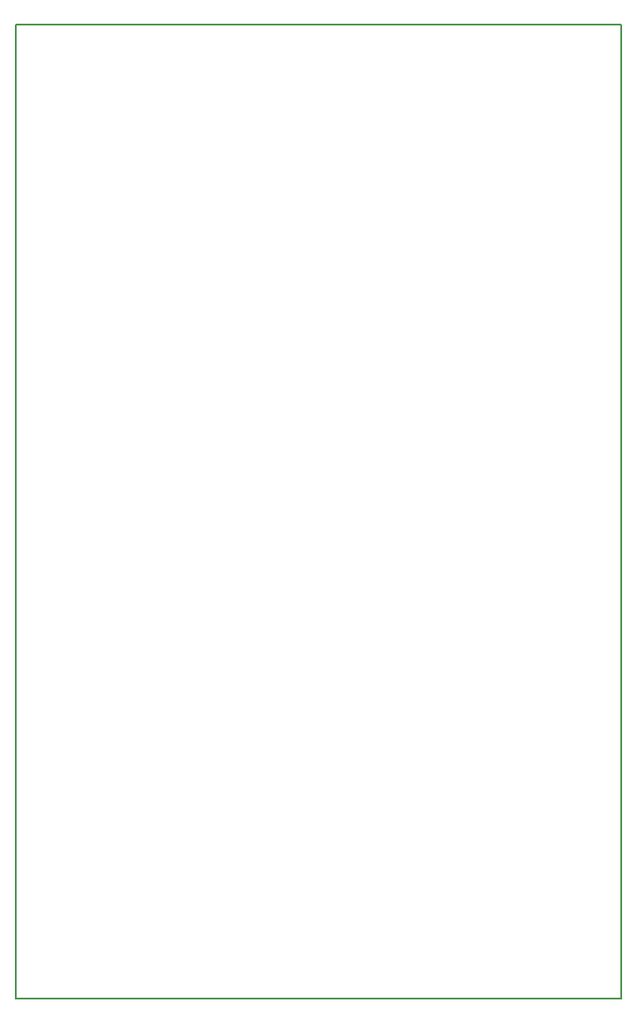
<source format=gbr>
G04 #@! TF.FileFunction,Profile,NP*
%FSLAX46Y46*%
G04 Gerber Fmt 4.6, Leading zero omitted, Abs format (unit mm)*
G04 Created by KiCad (PCBNEW (after 2015-mar-04 BZR unknown)-product) date 5/4/2015 11:29:17 AM*
%MOMM*%
G01*
G04 APERTURE LIST*
%ADD10C,0.101600*%
%ADD11C,0.127000*%
G04 APERTURE END LIST*
D10*
D11*
X25400000Y-25400000D02*
X25400000Y-119380000D01*
X83820000Y-25400000D02*
X25400000Y-25400000D01*
X83820000Y-119380000D02*
X83820000Y-25400000D01*
X25400000Y-119380000D02*
X83820000Y-119380000D01*
M02*

</source>
